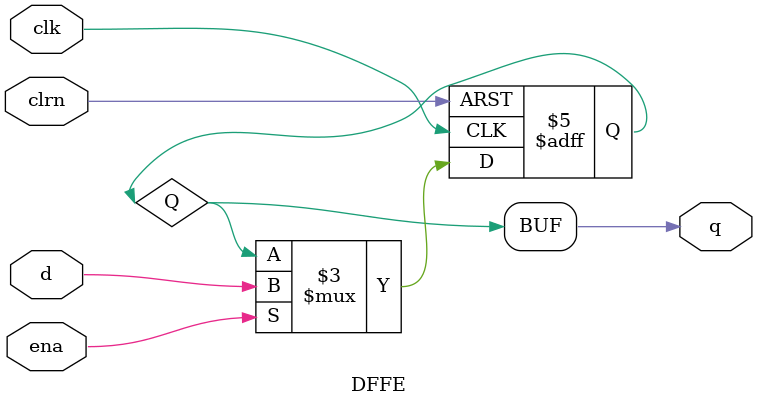
<source format=sv>
/*
	DFFE примитив (триггер D-типа с разрешающим входом ENA)
	+----------------------------+
	| CLRN | CLK  | ENA | D | Q  |
	+----------------------------+	
	|  L   |  X   | X   | X | L  |
	|  H   |  X   | L   | X | Qo |
	|  H   |  _/^ | H   | L | L  |
	|  H   |  _/^ | H   | H | H  |
	|  H   |  L   | H   | X | Qo |
	|  H   |  H   | H   | X | Qo |
	+----------------------------+

	DFFE #(?) ?NAME?(.clrn(), .clk(), .ena(), .d(), .q());
*/

`timescale 1ns / 10ps

module DFFE
#(	parameter W = 1 )
(
	input bit		clrn,			// Асинхронный сброс 
	input bit		clk,
	input bit		[W-1 : 0]ena,	// Разрешение на запись
	input bit		[W-1 : 0]d,
	output bit		[W-1 : 0]q
);

bit [W-1 : 0]Q;

genvar i;
generate 
	for (i = 0; i < W; i = i + 1) 
	begin : generate_DFFE
	
	always_ff @(posedge clk or negedge clrn)
		begin
		if(!clrn)
			Q[i] <= 1'b0;
		else if(ena[i])
			Q[i] <= d[i];
		end
		
    end
endgenerate

assign #1 q = Q;

endmodule:DFFE

</source>
